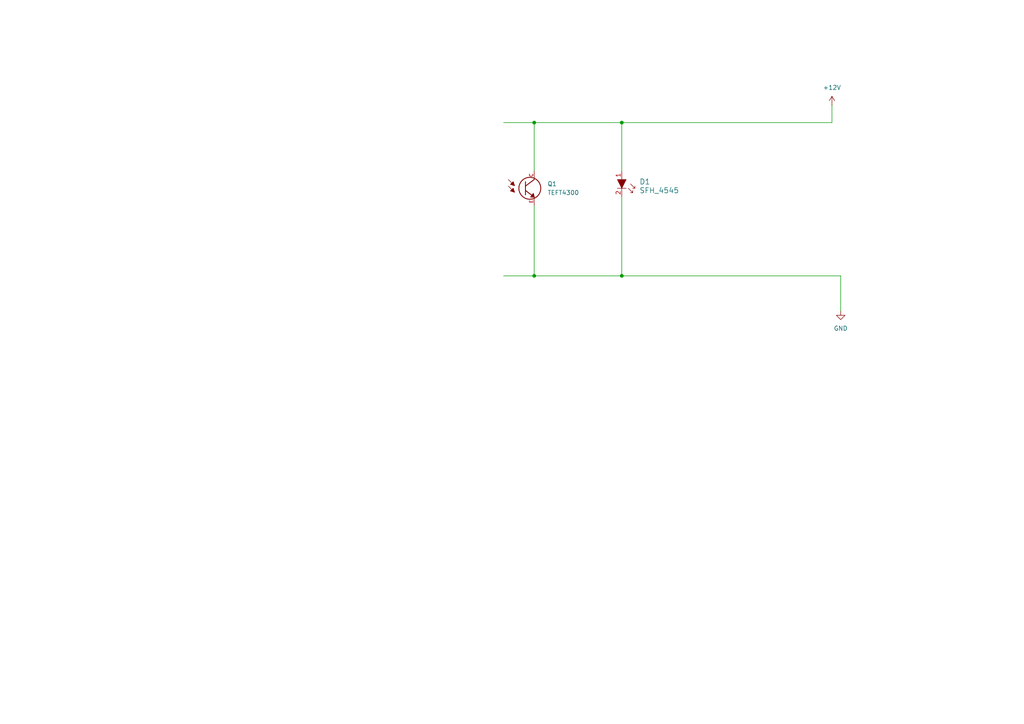
<source format=kicad_sch>
(kicad_sch (version 20231120) (generator "eeschema") (generator_version "8.0")
  (paper "A4")
  (lib_symbols
    (symbol "TEFT4300:TEFT4300" (pin_names (offset 1.016))
      (property "Reference" "Q" (at -10.1556 5.0822 0))
      (property "Value" "TEFT4300" (at -10.1508 -7.62 0))
      (symbol "TEFT4300_0_0"
        (polyline (pts (xy -4.953 0.635) (xy -3.175 -1.143)) (stroke (width 0.1524)))
        (polyline (pts (xy -4.953 2.54) (xy -3.175 0.762)) (stroke (width 0.1524)))
        (polyline (pts (xy -4.318 -0.762) (xy -3.556 0)) (stroke (width 0.1524)))
        (polyline (pts (xy -4.318 1.143) (xy -3.556 1.905)) (stroke (width 0.1524)))
        (polyline (pts (xy -3.556 0) (xy -3.175 -1.143)) (stroke (width 0.1524)))
        (polyline (pts (xy -3.556 1.905) (xy -3.175 0.762)) (stroke (width 0.1524)))
        (polyline (pts (xy -3.175 -1.143) (xy -4.318 -0.762)) (stroke (width 0.1524)))
        (polyline (pts (xy -3.175 0.762) (xy -4.318 1.143)) (stroke (width 0.1524)))
        (polyline (pts (xy 0 -0.635) (xy 0 -1.905)) (stroke (width 0.254)))
        (polyline (pts (xy 0 -0.635) (xy 2.54 -2.54)) (stroke (width 0.254)))
        (polyline (pts (xy 0 0.635) (xy 0 -0.635)) (stroke (width 0.254)))
        (polyline (pts (xy 0 0.635) (xy 2.54 2.54)) (stroke (width 0.254)))
        (polyline (pts (xy 0 1.905) (xy 0 0.635)) (stroke (width 0.254)))
        (polyline (pts (xy 2.286 -2.286) (xy 2.54 -2.54)) (stroke (width 0.1524)))
        (polyline (pts (xy -4.318 -0.762) (xy -3.175 -1.143) (xy -3.556 0) (xy -4.318 -0.762)) (stroke (width 0.1524)) (fill (type outline)))
        (polyline (pts (xy -4.318 1.143) (xy -3.175 0.762) (xy -3.556 1.905) (xy -4.318 1.143)) (stroke (width 0.1524)) (fill (type outline)))
        (polyline (pts (xy 2.54 -2.54) (xy 2.286 -1.524) (xy 1.524 -2.54) (xy 2.54 -2.54)) (stroke (width 0.254)) (fill (type outline)))
        (circle (center 1.27 0) (radius 3.175) (stroke (width 0.254)))
        (pin passive line (at 2.54 5.08 270) (length 2.54) (name "~") (number "C"))
        (pin passive line (at 2.54 -5.08 90) (length 2.54) (name "~") (number "E"))
      )
    )
    (symbol "dk_Infrared-UV-Visible-Emitters:SFH_4545" (pin_names (offset 0))
      (property "Reference" "D" (at -1.905 4.445 0))
      (property "Value" "SFH_4545" (at 5.715 -3.175 0))
      (symbol "SFH_4545_0_1"
        (polyline (pts (xy 2.54 1.27) (xy 2.54 -1.27)))
        (polyline (pts (xy 2.54 3.81) (xy 1.27 2.54)))
        (polyline (pts (xy 3.81 3.175) (xy 2.54 1.905)))
        (polyline (pts (xy 1.905 3.81) (xy 2.54 3.81) (xy 2.54 3.175)))
        (polyline (pts (xy 3.175 3.175) (xy 3.81 3.175) (xy 3.81 2.54)))
        (polyline (pts (xy 0 1.27) (xy 0 -1.27) (xy 2.54 0) (xy 0 1.27)) (fill (type outline)))
      )
      (symbol "SFH_4545_1_1"
        (pin passive line (at -2.54 0 0) (length 2.54) (name "~") (number "1"))
        (pin passive line (at 5.08 0 180) (length 2.54) (name "~") (number "2"))
      )
    )
    (symbol "power:+12V" (power) (pin_numbers hide) (pin_names (offset 0) hide)
      (property "Value" "+12V" (at 0 3.556 0))
      (symbol "+12V_0_1"
        (polyline (pts (xy -0.762 1.27) (xy 0 2.54)))
        (polyline (pts (xy 0 0) (xy 0 2.54)))
        (polyline (pts (xy 0 2.54) (xy 0.762 1.27)))
      )
      (symbol "+12V_1_1"
        (pin power_in line (at 0 0 90) (length 0) (name "~") (number "1"))
      )
    )
    (symbol "power:GND" (power) (pin_numbers hide) (pin_names (offset 0) hide)
      (property "Value" "GND" (at 0 -3.81 0))
      (symbol "GND_0_1"
        (polyline (pts (xy 0 0) (xy 0 -1.27) (xy 1.27 -1.27) (xy 0 -2.54) (xy -1.27 -1.27) (xy 0 -1.27)))
      )
      (symbol "GND_1_1"
        (pin power_in line (at 0 0 270) (length 0) (name "~") (number "1"))
      )
    )
  )
  (junction (at 154.94 35.56))
  (junction (at 154.94 80.01))
  (junction (at 180.34 80.01))
  (junction (at 180.34 35.56))
  (wire (pts (xy 146.05 80.01) (xy 154.94 80.01)))
  (wire (pts (xy 154.94 35.56) (xy 154.94 49.53)))
  (wire (pts (xy 154.94 59.69) (xy 154.94 80.01)))
  (wire (pts (xy 180.34 80.01) (xy 243.84 80.01)))
  (wire (pts (xy 243.84 90.17) (xy 243.84 80.01)))
  (wire (pts (xy 154.94 35.56) (xy 180.34 35.56)))
  (wire (pts (xy 180.34 35.56) (xy 241.3 35.56)))
  (wire (pts (xy 180.34 57.15) (xy 180.34 80.01)))
  (wire (pts (xy 154.94 80.01) (xy 180.34 80.01)))
  (wire (pts (xy 241.3 30.48) (xy 241.3 35.56)))
  (wire (pts (xy 146.05 35.56) (xy 154.94 35.56)))
  (wire (pts (xy 180.34 35.56) (xy 180.34 49.53)))
  (symbol (lib_id "power:+12V") (at 241.3 30.48 0) (unit 1)
    (property "Reference" "#PWR01" (effects (hide yes)))
    (property "Value" "+12V" (at 241.3 25.4 0))
    (property "Description" "Power symbol creates a global label with name \"+12V\"" (effects (hide yes)))
  )
  (symbol (lib_id "power:GND") (at 243.84 90.17 0) (unit 1)
    (property "Reference" "#PWR02" (effects (hide yes)))
    (property "Value" "GND" (at 243.84 95.25 0))
    (property "Description" "Power symbol creates a global label with name \"GND\" , ground" (effects (hide yes)))
  )
  (symbol (lib_id "TEFT4300:TEFT4300") (at 152.4 54.61 0) (unit 1)
    (property "Reference" "Q1" (at 158.75 53.3399 0) (effects (justify left)))
    (property "Value" "TEFT4300" (at 158.75 55.8799 0) (effects (justify left)))
    (property "Footprint" "TEFT4300:XDCR_TEFT4300" (effects (hide yes)))
    (property "MF" "Vishay Semiconductor" (effects (hide yes)))
    (property "MAXIMUM_PACKAGE_HEIGHT" "6.10mm" (effects (hide yes)))
    (property "PACKAGE" "Radial Vishay" (effects (hide yes)))
  )
  (symbol (lib_id "dk_Infrared-UV-Visible-Emitters:SFH_4545") (at 180.34 52.07 270) (unit 1)
    (property "Reference" "D1" (at 185.42 52.7049 90) (effects (font (size 1.524 1.524)) (justify left)))
    (property "Value" "SFH_4545" (at 185.42 55.2449 90) (effects (font (size 1.524 1.524)) (justify left)))
    (property "Footprint" "digikey-footprints:LED_5mm_Radial" (effects (hide yes)))
    (property "Datasheet" "https://dammedia.osram.info/media/resource/hires/osram-dam-2496274/SFH%204545.pdf" (effects (hide yes)))
    (property "Description" "EMITTER IR 950NM 100MA RADIAL" (effects (hide yes)))
    (property "MPN" "SFH 4545" (effects (hide yes)))
    (property "Category" "Optoelectronics" (effects (hide yes)))
    (property "Family" "Infrared, UV, Visible Emitters" (effects (hide yes)))
    (property "DK_Datasheet_Link" "https://dammedia.osram.info/media/resource/hires/osram-dam-2496274/SFH%204545.pdf" (effects (hide yes)))
    (property "DK_Detail_Page" "/product-detail/en/osram-opto-semiconductors-inc/SFH-4545/475-2919-ND/2205955" (effects (hide yes)))
    (property "Description_1" "EMITTER IR 950NM 100MA RADIAL" (effects (hide yes)))
    (property "Manufacturer" "OSRAM Opto Semiconductors Inc." (effects (hide yes)))
    (property "Status" "Active" (effects (hide yes)))
  )
)
</source>
